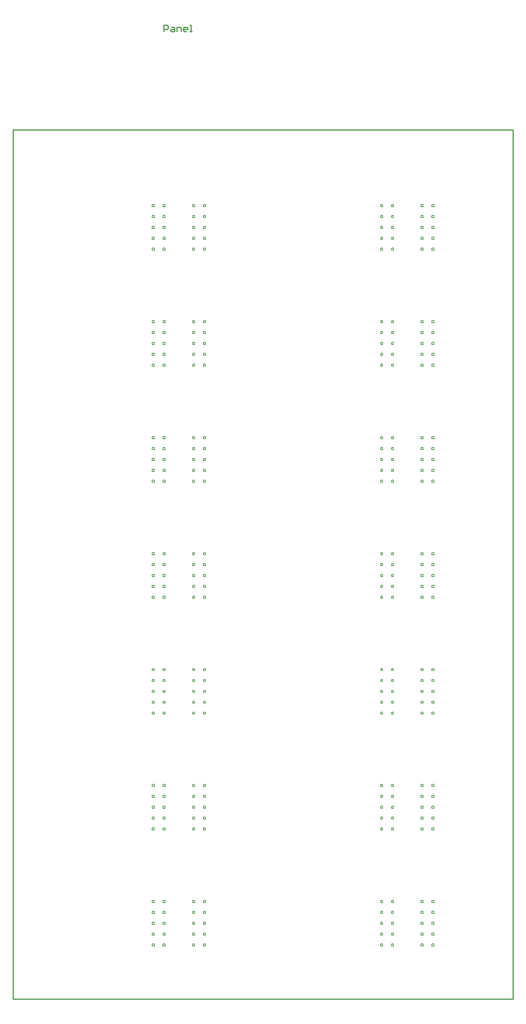
<source format=gm1>
G04 Layer_Color=16711935*
%FSLAX24Y24*%
%MOIN*%
G70*
G01*
G75*
%ADD12C,0.0100*%
%ADD41C,0.0060*%
G54D12*
X0Y0D02*
X46000D01*
X0D02*
Y79917D01*
X46000Y0D02*
Y79917D01*
X0D02*
X46000D01*
X13848Y88947D02*
Y89547D01*
X14148D01*
X14248Y89447D01*
Y89247D01*
X14148Y89147D01*
X13848D01*
X14548Y89347D02*
X14748D01*
X14848Y89247D01*
Y88947D01*
X14548D01*
X14448Y89047D01*
X14548Y89147D01*
X14848D01*
X15048Y88947D02*
Y89347D01*
X15348D01*
X15448Y89247D01*
Y88947D01*
X15948D02*
X15748D01*
X15648Y89047D01*
Y89247D01*
X15748Y89347D01*
X15948D01*
X16048Y89247D01*
Y89147D01*
X15648D01*
X16248Y88947D02*
X16448D01*
X16348D01*
Y89547D01*
X16248D01*
G54D41*
X37537Y8875D02*
Y9071D01*
X37733D02*
X37537D01*
X37733Y8875D02*
Y9071D01*
Y8875D02*
X37537D01*
X38537D02*
Y9071D01*
X38733D02*
X38537D01*
X38733Y8875D02*
Y9071D01*
Y8875D02*
X38537D01*
Y7875D02*
Y8071D01*
X38733D02*
X38537D01*
X38733Y7875D02*
Y8071D01*
Y7875D02*
X38537D01*
X37537D02*
Y8071D01*
X37733D02*
X37537D01*
X37733Y7875D02*
Y8071D01*
Y7875D02*
X37537D01*
Y6875D02*
Y7071D01*
X37733D02*
X37537D01*
X37733Y6875D02*
Y7071D01*
Y6875D02*
X37537D01*
X38537D02*
Y7071D01*
X38733D02*
X38537D01*
X38733Y6875D02*
Y7071D01*
Y6875D02*
X38537D01*
Y5875D02*
Y6071D01*
X38733D02*
X38537D01*
X38733Y5875D02*
Y6071D01*
Y5875D02*
X38537D01*
X37537D02*
Y6071D01*
X37733D02*
X37537D01*
X37733Y5875D02*
Y6071D01*
Y5875D02*
X37537D01*
Y4875D02*
Y5071D01*
X37733D02*
X37537D01*
X37733Y4875D02*
Y5071D01*
Y4875D02*
X37537D01*
X38537D02*
Y5071D01*
X38733D02*
X38537D01*
X38733Y4875D02*
Y5071D01*
Y4875D02*
X38537D01*
X33817Y8875D02*
Y9071D01*
X34013D02*
X33817D01*
X34013Y8875D02*
Y9071D01*
Y8875D02*
X33817D01*
X34817D02*
Y9071D01*
X35013D02*
X34817D01*
X35013Y8875D02*
Y9071D01*
Y8875D02*
X34817D01*
Y7875D02*
Y8071D01*
X35013D02*
X34817D01*
X35013Y7875D02*
Y8071D01*
Y7875D02*
X34817D01*
X33817D02*
Y8071D01*
X34013D02*
X33817D01*
X34013Y7875D02*
Y8071D01*
Y7875D02*
X33817D01*
Y6875D02*
Y7071D01*
X34013D02*
X33817D01*
X34013Y6875D02*
Y7071D01*
Y6875D02*
X33817D01*
X34817D02*
Y7071D01*
X35013D02*
X34817D01*
X35013Y6875D02*
Y7071D01*
Y6875D02*
X34817D01*
Y5875D02*
Y6071D01*
X35013D02*
X34817D01*
X35013Y5875D02*
Y6071D01*
Y5875D02*
X34817D01*
X33817D02*
Y6071D01*
X34013D02*
X33817D01*
X34013Y5875D02*
Y6071D01*
Y5875D02*
X33817D01*
Y4875D02*
Y5071D01*
X34013D02*
X33817D01*
X34013Y4875D02*
Y5071D01*
Y4875D02*
X33817D01*
X34817D02*
Y5071D01*
X35013D02*
X34817D01*
X35013Y4875D02*
Y5071D01*
Y4875D02*
X34817D01*
X37537Y19535D02*
Y19731D01*
X37733D02*
X37537D01*
X37733Y19535D02*
Y19731D01*
Y19535D02*
X37537D01*
X38537D02*
Y19731D01*
X38733D02*
X38537D01*
X38733Y19535D02*
Y19731D01*
Y19535D02*
X38537D01*
Y18535D02*
Y18731D01*
X38733D02*
X38537D01*
X38733Y18535D02*
Y18731D01*
Y18535D02*
X38537D01*
X37537D02*
Y18731D01*
X37733D02*
X37537D01*
X37733Y18535D02*
Y18731D01*
Y18535D02*
X37537D01*
Y17535D02*
Y17731D01*
X37733D02*
X37537D01*
X37733Y17535D02*
Y17731D01*
Y17535D02*
X37537D01*
X38537D02*
Y17731D01*
X38733D02*
X38537D01*
X38733Y17535D02*
Y17731D01*
Y17535D02*
X38537D01*
Y16535D02*
Y16731D01*
X38733D02*
X38537D01*
X38733Y16535D02*
Y16731D01*
Y16535D02*
X38537D01*
X37537D02*
Y16731D01*
X37733D02*
X37537D01*
X37733Y16535D02*
Y16731D01*
Y16535D02*
X37537D01*
Y15535D02*
Y15731D01*
X37733D02*
X37537D01*
X37733Y15535D02*
Y15731D01*
Y15535D02*
X37537D01*
X38537D02*
Y15731D01*
X38733D02*
X38537D01*
X38733Y15535D02*
Y15731D01*
Y15535D02*
X38537D01*
X33817Y19535D02*
Y19731D01*
X34013D02*
X33817D01*
X34013Y19535D02*
Y19731D01*
Y19535D02*
X33817D01*
X34817D02*
Y19731D01*
X35013D02*
X34817D01*
X35013Y19535D02*
Y19731D01*
Y19535D02*
X34817D01*
Y18535D02*
Y18731D01*
X35013D02*
X34817D01*
X35013Y18535D02*
Y18731D01*
Y18535D02*
X34817D01*
X33817D02*
Y18731D01*
X34013D02*
X33817D01*
X34013Y18535D02*
Y18731D01*
Y18535D02*
X33817D01*
Y17535D02*
Y17731D01*
X34013D02*
X33817D01*
X34013Y17535D02*
Y17731D01*
Y17535D02*
X33817D01*
X34817D02*
Y17731D01*
X35013D02*
X34817D01*
X35013Y17535D02*
Y17731D01*
Y17535D02*
X34817D01*
Y16535D02*
Y16731D01*
X35013D02*
X34817D01*
X35013Y16535D02*
Y16731D01*
Y16535D02*
X34817D01*
X33817D02*
Y16731D01*
X34013D02*
X33817D01*
X34013Y16535D02*
Y16731D01*
Y16535D02*
X33817D01*
Y15535D02*
Y15731D01*
X34013D02*
X33817D01*
X34013Y15535D02*
Y15731D01*
Y15535D02*
X33817D01*
X34817D02*
Y15731D01*
X35013D02*
X34817D01*
X35013Y15535D02*
Y15731D01*
Y15535D02*
X34817D01*
X37537Y30195D02*
Y30391D01*
X37733D02*
X37537D01*
X37733Y30195D02*
Y30391D01*
Y30195D02*
X37537D01*
X38537D02*
Y30391D01*
X38733D02*
X38537D01*
X38733Y30195D02*
Y30391D01*
Y30195D02*
X38537D01*
Y29195D02*
Y29391D01*
X38733D02*
X38537D01*
X38733Y29195D02*
Y29391D01*
Y29195D02*
X38537D01*
X37537D02*
Y29391D01*
X37733D02*
X37537D01*
X37733Y29195D02*
Y29391D01*
Y29195D02*
X37537D01*
Y28195D02*
Y28391D01*
X37733D02*
X37537D01*
X37733Y28195D02*
Y28391D01*
Y28195D02*
X37537D01*
X38537D02*
Y28391D01*
X38733D02*
X38537D01*
X38733Y28195D02*
Y28391D01*
Y28195D02*
X38537D01*
Y27195D02*
Y27391D01*
X38733D02*
X38537D01*
X38733Y27195D02*
Y27391D01*
Y27195D02*
X38537D01*
X37537D02*
Y27391D01*
X37733D02*
X37537D01*
X37733Y27195D02*
Y27391D01*
Y27195D02*
X37537D01*
Y26195D02*
Y26391D01*
X37733D02*
X37537D01*
X37733Y26195D02*
Y26391D01*
Y26195D02*
X37537D01*
X38537D02*
Y26391D01*
X38733D02*
X38537D01*
X38733Y26195D02*
Y26391D01*
Y26195D02*
X38537D01*
X33817Y30195D02*
Y30391D01*
X34013D02*
X33817D01*
X34013Y30195D02*
Y30391D01*
Y30195D02*
X33817D01*
X34817D02*
Y30391D01*
X35013D02*
X34817D01*
X35013Y30195D02*
Y30391D01*
Y30195D02*
X34817D01*
Y29195D02*
Y29391D01*
X35013D02*
X34817D01*
X35013Y29195D02*
Y29391D01*
Y29195D02*
X34817D01*
X33817D02*
Y29391D01*
X34013D02*
X33817D01*
X34013Y29195D02*
Y29391D01*
Y29195D02*
X33817D01*
Y28195D02*
Y28391D01*
X34013D02*
X33817D01*
X34013Y28195D02*
Y28391D01*
Y28195D02*
X33817D01*
X34817D02*
Y28391D01*
X35013D02*
X34817D01*
X35013Y28195D02*
Y28391D01*
Y28195D02*
X34817D01*
Y27195D02*
Y27391D01*
X35013D02*
X34817D01*
X35013Y27195D02*
Y27391D01*
Y27195D02*
X34817D01*
X33817D02*
Y27391D01*
X34013D02*
X33817D01*
X34013Y27195D02*
Y27391D01*
Y27195D02*
X33817D01*
Y26195D02*
Y26391D01*
X34013D02*
X33817D01*
X34013Y26195D02*
Y26391D01*
Y26195D02*
X33817D01*
X34817D02*
Y26391D01*
X35013D02*
X34817D01*
X35013Y26195D02*
Y26391D01*
Y26195D02*
X34817D01*
X37537Y40855D02*
Y41051D01*
X37733D02*
X37537D01*
X37733Y40855D02*
Y41051D01*
Y40855D02*
X37537D01*
X38537D02*
Y41051D01*
X38733D02*
X38537D01*
X38733Y40855D02*
Y41051D01*
Y40855D02*
X38537D01*
Y39855D02*
Y40051D01*
X38733D02*
X38537D01*
X38733Y39855D02*
Y40051D01*
Y39855D02*
X38537D01*
X37537D02*
Y40051D01*
X37733D02*
X37537D01*
X37733Y39855D02*
Y40051D01*
Y39855D02*
X37537D01*
Y38855D02*
Y39051D01*
X37733D02*
X37537D01*
X37733Y38855D02*
Y39051D01*
Y38855D02*
X37537D01*
X38537D02*
Y39051D01*
X38733D02*
X38537D01*
X38733Y38855D02*
Y39051D01*
Y38855D02*
X38537D01*
Y37855D02*
Y38051D01*
X38733D02*
X38537D01*
X38733Y37855D02*
Y38051D01*
Y37855D02*
X38537D01*
X37537D02*
Y38051D01*
X37733D02*
X37537D01*
X37733Y37855D02*
Y38051D01*
Y37855D02*
X37537D01*
Y36855D02*
Y37051D01*
X37733D02*
X37537D01*
X37733Y36855D02*
Y37051D01*
Y36855D02*
X37537D01*
X38537D02*
Y37051D01*
X38733D02*
X38537D01*
X38733Y36855D02*
Y37051D01*
Y36855D02*
X38537D01*
X33817Y40855D02*
Y41051D01*
X34013D02*
X33817D01*
X34013Y40855D02*
Y41051D01*
Y40855D02*
X33817D01*
X34817D02*
Y41051D01*
X35013D02*
X34817D01*
X35013Y40855D02*
Y41051D01*
Y40855D02*
X34817D01*
Y39855D02*
Y40051D01*
X35013D02*
X34817D01*
X35013Y39855D02*
Y40051D01*
Y39855D02*
X34817D01*
X33817D02*
Y40051D01*
X34013D02*
X33817D01*
X34013Y39855D02*
Y40051D01*
Y39855D02*
X33817D01*
Y38855D02*
Y39051D01*
X34013D02*
X33817D01*
X34013Y38855D02*
Y39051D01*
Y38855D02*
X33817D01*
X34817D02*
Y39051D01*
X35013D02*
X34817D01*
X35013Y38855D02*
Y39051D01*
Y38855D02*
X34817D01*
Y37855D02*
Y38051D01*
X35013D02*
X34817D01*
X35013Y37855D02*
Y38051D01*
Y37855D02*
X34817D01*
X33817D02*
Y38051D01*
X34013D02*
X33817D01*
X34013Y37855D02*
Y38051D01*
Y37855D02*
X33817D01*
Y36855D02*
Y37051D01*
X34013D02*
X33817D01*
X34013Y36855D02*
Y37051D01*
Y36855D02*
X33817D01*
X34817D02*
Y37051D01*
X35013D02*
X34817D01*
X35013Y36855D02*
Y37051D01*
Y36855D02*
X34817D01*
X37537Y51515D02*
Y51711D01*
X37733D02*
X37537D01*
X37733Y51515D02*
Y51711D01*
Y51515D02*
X37537D01*
X38537D02*
Y51711D01*
X38733D02*
X38537D01*
X38733Y51515D02*
Y51711D01*
Y51515D02*
X38537D01*
Y50515D02*
Y50711D01*
X38733D02*
X38537D01*
X38733Y50515D02*
Y50711D01*
Y50515D02*
X38537D01*
X37537D02*
Y50711D01*
X37733D02*
X37537D01*
X37733Y50515D02*
Y50711D01*
Y50515D02*
X37537D01*
Y49515D02*
Y49711D01*
X37733D02*
X37537D01*
X37733Y49515D02*
Y49711D01*
Y49515D02*
X37537D01*
X38537D02*
Y49711D01*
X38733D02*
X38537D01*
X38733Y49515D02*
Y49711D01*
Y49515D02*
X38537D01*
Y48515D02*
Y48711D01*
X38733D02*
X38537D01*
X38733Y48515D02*
Y48711D01*
Y48515D02*
X38537D01*
X37537D02*
Y48711D01*
X37733D02*
X37537D01*
X37733Y48515D02*
Y48711D01*
Y48515D02*
X37537D01*
Y47515D02*
Y47711D01*
X37733D02*
X37537D01*
X37733Y47515D02*
Y47711D01*
Y47515D02*
X37537D01*
X38537D02*
Y47711D01*
X38733D02*
X38537D01*
X38733Y47515D02*
Y47711D01*
Y47515D02*
X38537D01*
X33817Y51515D02*
Y51711D01*
X34013D02*
X33817D01*
X34013Y51515D02*
Y51711D01*
Y51515D02*
X33817D01*
X34817D02*
Y51711D01*
X35013D02*
X34817D01*
X35013Y51515D02*
Y51711D01*
Y51515D02*
X34817D01*
Y50515D02*
Y50711D01*
X35013D02*
X34817D01*
X35013Y50515D02*
Y50711D01*
Y50515D02*
X34817D01*
X33817D02*
Y50711D01*
X34013D02*
X33817D01*
X34013Y50515D02*
Y50711D01*
Y50515D02*
X33817D01*
Y49515D02*
Y49711D01*
X34013D02*
X33817D01*
X34013Y49515D02*
Y49711D01*
Y49515D02*
X33817D01*
X34817D02*
Y49711D01*
X35013D02*
X34817D01*
X35013Y49515D02*
Y49711D01*
Y49515D02*
X34817D01*
Y48515D02*
Y48711D01*
X35013D02*
X34817D01*
X35013Y48515D02*
Y48711D01*
Y48515D02*
X34817D01*
X33817D02*
Y48711D01*
X34013D02*
X33817D01*
X34013Y48515D02*
Y48711D01*
Y48515D02*
X33817D01*
Y47515D02*
Y47711D01*
X34013D02*
X33817D01*
X34013Y47515D02*
Y47711D01*
Y47515D02*
X33817D01*
X34817D02*
Y47711D01*
X35013D02*
X34817D01*
X35013Y47515D02*
Y47711D01*
Y47515D02*
X34817D01*
X37537Y62175D02*
Y62371D01*
X37733D02*
X37537D01*
X37733Y62175D02*
Y62371D01*
Y62175D02*
X37537D01*
X38537D02*
Y62371D01*
X38733D02*
X38537D01*
X38733Y62175D02*
Y62371D01*
Y62175D02*
X38537D01*
Y61175D02*
Y61371D01*
X38733D02*
X38537D01*
X38733Y61175D02*
Y61371D01*
Y61175D02*
X38537D01*
X37537D02*
Y61371D01*
X37733D02*
X37537D01*
X37733Y61175D02*
Y61371D01*
Y61175D02*
X37537D01*
Y60175D02*
Y60371D01*
X37733D02*
X37537D01*
X37733Y60175D02*
Y60371D01*
Y60175D02*
X37537D01*
X38537D02*
Y60371D01*
X38733D02*
X38537D01*
X38733Y60175D02*
Y60371D01*
Y60175D02*
X38537D01*
Y59175D02*
Y59371D01*
X38733D02*
X38537D01*
X38733Y59175D02*
Y59371D01*
Y59175D02*
X38537D01*
X37537D02*
Y59371D01*
X37733D02*
X37537D01*
X37733Y59175D02*
Y59371D01*
Y59175D02*
X37537D01*
Y58175D02*
Y58371D01*
X37733D02*
X37537D01*
X37733Y58175D02*
Y58371D01*
Y58175D02*
X37537D01*
X38537D02*
Y58371D01*
X38733D02*
X38537D01*
X38733Y58175D02*
Y58371D01*
Y58175D02*
X38537D01*
X33817Y62175D02*
Y62371D01*
X34013D02*
X33817D01*
X34013Y62175D02*
Y62371D01*
Y62175D02*
X33817D01*
X34817D02*
Y62371D01*
X35013D02*
X34817D01*
X35013Y62175D02*
Y62371D01*
Y62175D02*
X34817D01*
Y61175D02*
Y61371D01*
X35013D02*
X34817D01*
X35013Y61175D02*
Y61371D01*
Y61175D02*
X34817D01*
X33817D02*
Y61371D01*
X34013D02*
X33817D01*
X34013Y61175D02*
Y61371D01*
Y61175D02*
X33817D01*
Y60175D02*
Y60371D01*
X34013D02*
X33817D01*
X34013Y60175D02*
Y60371D01*
Y60175D02*
X33817D01*
X34817D02*
Y60371D01*
X35013D02*
X34817D01*
X35013Y60175D02*
Y60371D01*
Y60175D02*
X34817D01*
Y59175D02*
Y59371D01*
X35013D02*
X34817D01*
X35013Y59175D02*
Y59371D01*
Y59175D02*
X34817D01*
X33817D02*
Y59371D01*
X34013D02*
X33817D01*
X34013Y59175D02*
Y59371D01*
Y59175D02*
X33817D01*
Y58175D02*
Y58371D01*
X34013D02*
X33817D01*
X34013Y58175D02*
Y58371D01*
Y58175D02*
X33817D01*
X34817D02*
Y58371D01*
X35013D02*
X34817D01*
X35013Y58175D02*
Y58371D01*
Y58175D02*
X34817D01*
X37537Y72835D02*
Y73031D01*
X37733D02*
X37537D01*
X37733Y72835D02*
Y73031D01*
Y72835D02*
X37537D01*
X38537D02*
Y73031D01*
X38733D02*
X38537D01*
X38733Y72835D02*
Y73031D01*
Y72835D02*
X38537D01*
Y71835D02*
Y72031D01*
X38733D02*
X38537D01*
X38733Y71835D02*
Y72031D01*
Y71835D02*
X38537D01*
X37537D02*
Y72031D01*
X37733D02*
X37537D01*
X37733Y71835D02*
Y72031D01*
Y71835D02*
X37537D01*
Y70835D02*
Y71031D01*
X37733D02*
X37537D01*
X37733Y70835D02*
Y71031D01*
Y70835D02*
X37537D01*
X38537D02*
Y71031D01*
X38733D02*
X38537D01*
X38733Y70835D02*
Y71031D01*
Y70835D02*
X38537D01*
Y69835D02*
Y70031D01*
X38733D02*
X38537D01*
X38733Y69835D02*
Y70031D01*
Y69835D02*
X38537D01*
X37537D02*
Y70031D01*
X37733D02*
X37537D01*
X37733Y69835D02*
Y70031D01*
Y69835D02*
X37537D01*
Y68835D02*
Y69031D01*
X37733D02*
X37537D01*
X37733Y68835D02*
Y69031D01*
Y68835D02*
X37537D01*
X38537D02*
Y69031D01*
X38733D02*
X38537D01*
X38733Y68835D02*
Y69031D01*
Y68835D02*
X38537D01*
X33817Y72835D02*
Y73031D01*
X34013D02*
X33817D01*
X34013Y72835D02*
Y73031D01*
Y72835D02*
X33817D01*
X34817D02*
Y73031D01*
X35013D02*
X34817D01*
X35013Y72835D02*
Y73031D01*
Y72835D02*
X34817D01*
Y71835D02*
Y72031D01*
X35013D02*
X34817D01*
X35013Y71835D02*
Y72031D01*
Y71835D02*
X34817D01*
X33817D02*
Y72031D01*
X34013D02*
X33817D01*
X34013Y71835D02*
Y72031D01*
Y71835D02*
X33817D01*
Y70835D02*
Y71031D01*
X34013D02*
X33817D01*
X34013Y70835D02*
Y71031D01*
Y70835D02*
X33817D01*
X34817D02*
Y71031D01*
X35013D02*
X34817D01*
X35013Y70835D02*
Y71031D01*
Y70835D02*
X34817D01*
Y69835D02*
Y70031D01*
X35013D02*
X34817D01*
X35013Y69835D02*
Y70031D01*
Y69835D02*
X34817D01*
X33817D02*
Y70031D01*
X34013D02*
X33817D01*
X34013Y69835D02*
Y70031D01*
Y69835D02*
X33817D01*
Y68835D02*
Y69031D01*
X34013D02*
X33817D01*
X34013Y68835D02*
Y69031D01*
Y68835D02*
X33817D01*
X34817D02*
Y69031D01*
X35013D02*
X34817D01*
X35013Y68835D02*
Y69031D01*
Y68835D02*
X34817D01*
X16517Y8875D02*
Y9071D01*
X16713D02*
X16517D01*
X16713Y8875D02*
Y9071D01*
Y8875D02*
X16517D01*
X17517D02*
Y9071D01*
X17713D02*
X17517D01*
X17713Y8875D02*
Y9071D01*
Y8875D02*
X17517D01*
Y7875D02*
Y8071D01*
X17713D02*
X17517D01*
X17713Y7875D02*
Y8071D01*
Y7875D02*
X17517D01*
X16517D02*
Y8071D01*
X16713D02*
X16517D01*
X16713Y7875D02*
Y8071D01*
Y7875D02*
X16517D01*
Y6875D02*
Y7071D01*
X16713D02*
X16517D01*
X16713Y6875D02*
Y7071D01*
Y6875D02*
X16517D01*
X17517D02*
Y7071D01*
X17713D02*
X17517D01*
X17713Y6875D02*
Y7071D01*
Y6875D02*
X17517D01*
Y5875D02*
Y6071D01*
X17713D02*
X17517D01*
X17713Y5875D02*
Y6071D01*
Y5875D02*
X17517D01*
X16517D02*
Y6071D01*
X16713D02*
X16517D01*
X16713Y5875D02*
Y6071D01*
Y5875D02*
X16517D01*
Y4875D02*
Y5071D01*
X16713D02*
X16517D01*
X16713Y4875D02*
Y5071D01*
Y4875D02*
X16517D01*
X17517D02*
Y5071D01*
X17713D02*
X17517D01*
X17713Y4875D02*
Y5071D01*
Y4875D02*
X17517D01*
X12797Y8875D02*
Y9071D01*
X12993D02*
X12797D01*
X12993Y8875D02*
Y9071D01*
Y8875D02*
X12797D01*
X13797D02*
Y9071D01*
X13993D02*
X13797D01*
X13993Y8875D02*
Y9071D01*
Y8875D02*
X13797D01*
Y7875D02*
Y8071D01*
X13993D02*
X13797D01*
X13993Y7875D02*
Y8071D01*
Y7875D02*
X13797D01*
X12797D02*
Y8071D01*
X12993D02*
X12797D01*
X12993Y7875D02*
Y8071D01*
Y7875D02*
X12797D01*
Y6875D02*
Y7071D01*
X12993D02*
X12797D01*
X12993Y6875D02*
Y7071D01*
Y6875D02*
X12797D01*
X13797D02*
Y7071D01*
X13993D02*
X13797D01*
X13993Y6875D02*
Y7071D01*
Y6875D02*
X13797D01*
Y5875D02*
Y6071D01*
X13993D02*
X13797D01*
X13993Y5875D02*
Y6071D01*
Y5875D02*
X13797D01*
X12797D02*
Y6071D01*
X12993D02*
X12797D01*
X12993Y5875D02*
Y6071D01*
Y5875D02*
X12797D01*
Y4875D02*
Y5071D01*
X12993D02*
X12797D01*
X12993Y4875D02*
Y5071D01*
Y4875D02*
X12797D01*
X13797D02*
Y5071D01*
X13993D02*
X13797D01*
X13993Y4875D02*
Y5071D01*
Y4875D02*
X13797D01*
X16517Y19535D02*
Y19731D01*
X16713D02*
X16517D01*
X16713Y19535D02*
Y19731D01*
Y19535D02*
X16517D01*
X17517D02*
Y19731D01*
X17713D02*
X17517D01*
X17713Y19535D02*
Y19731D01*
Y19535D02*
X17517D01*
Y18535D02*
Y18731D01*
X17713D02*
X17517D01*
X17713Y18535D02*
Y18731D01*
Y18535D02*
X17517D01*
X16517D02*
Y18731D01*
X16713D02*
X16517D01*
X16713Y18535D02*
Y18731D01*
Y18535D02*
X16517D01*
Y17535D02*
Y17731D01*
X16713D02*
X16517D01*
X16713Y17535D02*
Y17731D01*
Y17535D02*
X16517D01*
X17517D02*
Y17731D01*
X17713D02*
X17517D01*
X17713Y17535D02*
Y17731D01*
Y17535D02*
X17517D01*
Y16535D02*
Y16731D01*
X17713D02*
X17517D01*
X17713Y16535D02*
Y16731D01*
Y16535D02*
X17517D01*
X16517D02*
Y16731D01*
X16713D02*
X16517D01*
X16713Y16535D02*
Y16731D01*
Y16535D02*
X16517D01*
Y15535D02*
Y15731D01*
X16713D02*
X16517D01*
X16713Y15535D02*
Y15731D01*
Y15535D02*
X16517D01*
X17517D02*
Y15731D01*
X17713D02*
X17517D01*
X17713Y15535D02*
Y15731D01*
Y15535D02*
X17517D01*
X12797Y19535D02*
Y19731D01*
X12993D02*
X12797D01*
X12993Y19535D02*
Y19731D01*
Y19535D02*
X12797D01*
X13797D02*
Y19731D01*
X13993D02*
X13797D01*
X13993Y19535D02*
Y19731D01*
Y19535D02*
X13797D01*
Y18535D02*
Y18731D01*
X13993D02*
X13797D01*
X13993Y18535D02*
Y18731D01*
Y18535D02*
X13797D01*
X12797D02*
Y18731D01*
X12993D02*
X12797D01*
X12993Y18535D02*
Y18731D01*
Y18535D02*
X12797D01*
Y17535D02*
Y17731D01*
X12993D02*
X12797D01*
X12993Y17535D02*
Y17731D01*
Y17535D02*
X12797D01*
X13797D02*
Y17731D01*
X13993D02*
X13797D01*
X13993Y17535D02*
Y17731D01*
Y17535D02*
X13797D01*
Y16535D02*
Y16731D01*
X13993D02*
X13797D01*
X13993Y16535D02*
Y16731D01*
Y16535D02*
X13797D01*
X12797D02*
Y16731D01*
X12993D02*
X12797D01*
X12993Y16535D02*
Y16731D01*
Y16535D02*
X12797D01*
Y15535D02*
Y15731D01*
X12993D02*
X12797D01*
X12993Y15535D02*
Y15731D01*
Y15535D02*
X12797D01*
X13797D02*
Y15731D01*
X13993D02*
X13797D01*
X13993Y15535D02*
Y15731D01*
Y15535D02*
X13797D01*
X16517Y30195D02*
Y30391D01*
X16713D02*
X16517D01*
X16713Y30195D02*
Y30391D01*
Y30195D02*
X16517D01*
X17517D02*
Y30391D01*
X17713D02*
X17517D01*
X17713Y30195D02*
Y30391D01*
Y30195D02*
X17517D01*
Y29195D02*
Y29391D01*
X17713D02*
X17517D01*
X17713Y29195D02*
Y29391D01*
Y29195D02*
X17517D01*
X16517D02*
Y29391D01*
X16713D02*
X16517D01*
X16713Y29195D02*
Y29391D01*
Y29195D02*
X16517D01*
Y28195D02*
Y28391D01*
X16713D02*
X16517D01*
X16713Y28195D02*
Y28391D01*
Y28195D02*
X16517D01*
X17517D02*
Y28391D01*
X17713D02*
X17517D01*
X17713Y28195D02*
Y28391D01*
Y28195D02*
X17517D01*
Y27195D02*
Y27391D01*
X17713D02*
X17517D01*
X17713Y27195D02*
Y27391D01*
Y27195D02*
X17517D01*
X16517D02*
Y27391D01*
X16713D02*
X16517D01*
X16713Y27195D02*
Y27391D01*
Y27195D02*
X16517D01*
Y26195D02*
Y26391D01*
X16713D02*
X16517D01*
X16713Y26195D02*
Y26391D01*
Y26195D02*
X16517D01*
X17517D02*
Y26391D01*
X17713D02*
X17517D01*
X17713Y26195D02*
Y26391D01*
Y26195D02*
X17517D01*
X12797Y30195D02*
Y30391D01*
X12993D02*
X12797D01*
X12993Y30195D02*
Y30391D01*
Y30195D02*
X12797D01*
X13797D02*
Y30391D01*
X13993D02*
X13797D01*
X13993Y30195D02*
Y30391D01*
Y30195D02*
X13797D01*
Y29195D02*
Y29391D01*
X13993D02*
X13797D01*
X13993Y29195D02*
Y29391D01*
Y29195D02*
X13797D01*
X12797D02*
Y29391D01*
X12993D02*
X12797D01*
X12993Y29195D02*
Y29391D01*
Y29195D02*
X12797D01*
Y28195D02*
Y28391D01*
X12993D02*
X12797D01*
X12993Y28195D02*
Y28391D01*
Y28195D02*
X12797D01*
X13797D02*
Y28391D01*
X13993D02*
X13797D01*
X13993Y28195D02*
Y28391D01*
Y28195D02*
X13797D01*
Y27195D02*
Y27391D01*
X13993D02*
X13797D01*
X13993Y27195D02*
Y27391D01*
Y27195D02*
X13797D01*
X12797D02*
Y27391D01*
X12993D02*
X12797D01*
X12993Y27195D02*
Y27391D01*
Y27195D02*
X12797D01*
Y26195D02*
Y26391D01*
X12993D02*
X12797D01*
X12993Y26195D02*
Y26391D01*
Y26195D02*
X12797D01*
X13797D02*
Y26391D01*
X13993D02*
X13797D01*
X13993Y26195D02*
Y26391D01*
Y26195D02*
X13797D01*
X16517Y40855D02*
Y41051D01*
X16713D02*
X16517D01*
X16713Y40855D02*
Y41051D01*
Y40855D02*
X16517D01*
X17517D02*
Y41051D01*
X17713D02*
X17517D01*
X17713Y40855D02*
Y41051D01*
Y40855D02*
X17517D01*
Y39855D02*
Y40051D01*
X17713D02*
X17517D01*
X17713Y39855D02*
Y40051D01*
Y39855D02*
X17517D01*
X16517D02*
Y40051D01*
X16713D02*
X16517D01*
X16713Y39855D02*
Y40051D01*
Y39855D02*
X16517D01*
Y38855D02*
Y39051D01*
X16713D02*
X16517D01*
X16713Y38855D02*
Y39051D01*
Y38855D02*
X16517D01*
X17517D02*
Y39051D01*
X17713D02*
X17517D01*
X17713Y38855D02*
Y39051D01*
Y38855D02*
X17517D01*
Y37855D02*
Y38051D01*
X17713D02*
X17517D01*
X17713Y37855D02*
Y38051D01*
Y37855D02*
X17517D01*
X16517D02*
Y38051D01*
X16713D02*
X16517D01*
X16713Y37855D02*
Y38051D01*
Y37855D02*
X16517D01*
Y36855D02*
Y37051D01*
X16713D02*
X16517D01*
X16713Y36855D02*
Y37051D01*
Y36855D02*
X16517D01*
X17517D02*
Y37051D01*
X17713D02*
X17517D01*
X17713Y36855D02*
Y37051D01*
Y36855D02*
X17517D01*
X12797Y40855D02*
Y41051D01*
X12993D02*
X12797D01*
X12993Y40855D02*
Y41051D01*
Y40855D02*
X12797D01*
X13797D02*
Y41051D01*
X13993D02*
X13797D01*
X13993Y40855D02*
Y41051D01*
Y40855D02*
X13797D01*
Y39855D02*
Y40051D01*
X13993D02*
X13797D01*
X13993Y39855D02*
Y40051D01*
Y39855D02*
X13797D01*
X12797D02*
Y40051D01*
X12993D02*
X12797D01*
X12993Y39855D02*
Y40051D01*
Y39855D02*
X12797D01*
Y38855D02*
Y39051D01*
X12993D02*
X12797D01*
X12993Y38855D02*
Y39051D01*
Y38855D02*
X12797D01*
X13797D02*
Y39051D01*
X13993D02*
X13797D01*
X13993Y38855D02*
Y39051D01*
Y38855D02*
X13797D01*
Y37855D02*
Y38051D01*
X13993D02*
X13797D01*
X13993Y37855D02*
Y38051D01*
Y37855D02*
X13797D01*
X12797D02*
Y38051D01*
X12993D02*
X12797D01*
X12993Y37855D02*
Y38051D01*
Y37855D02*
X12797D01*
Y36855D02*
Y37051D01*
X12993D02*
X12797D01*
X12993Y36855D02*
Y37051D01*
Y36855D02*
X12797D01*
X13797D02*
Y37051D01*
X13993D02*
X13797D01*
X13993Y36855D02*
Y37051D01*
Y36855D02*
X13797D01*
X16517Y51515D02*
Y51711D01*
X16713D02*
X16517D01*
X16713Y51515D02*
Y51711D01*
Y51515D02*
X16517D01*
X17517D02*
Y51711D01*
X17713D02*
X17517D01*
X17713Y51515D02*
Y51711D01*
Y51515D02*
X17517D01*
Y50515D02*
Y50711D01*
X17713D02*
X17517D01*
X17713Y50515D02*
Y50711D01*
Y50515D02*
X17517D01*
X16517D02*
Y50711D01*
X16713D02*
X16517D01*
X16713Y50515D02*
Y50711D01*
Y50515D02*
X16517D01*
Y49515D02*
Y49711D01*
X16713D02*
X16517D01*
X16713Y49515D02*
Y49711D01*
Y49515D02*
X16517D01*
X17517D02*
Y49711D01*
X17713D02*
X17517D01*
X17713Y49515D02*
Y49711D01*
Y49515D02*
X17517D01*
Y48515D02*
Y48711D01*
X17713D02*
X17517D01*
X17713Y48515D02*
Y48711D01*
Y48515D02*
X17517D01*
X16517D02*
Y48711D01*
X16713D02*
X16517D01*
X16713Y48515D02*
Y48711D01*
Y48515D02*
X16517D01*
Y47515D02*
Y47711D01*
X16713D02*
X16517D01*
X16713Y47515D02*
Y47711D01*
Y47515D02*
X16517D01*
X17517D02*
Y47711D01*
X17713D02*
X17517D01*
X17713Y47515D02*
Y47711D01*
Y47515D02*
X17517D01*
X12797Y51515D02*
Y51711D01*
X12993D02*
X12797D01*
X12993Y51515D02*
Y51711D01*
Y51515D02*
X12797D01*
X13797D02*
Y51711D01*
X13993D02*
X13797D01*
X13993Y51515D02*
Y51711D01*
Y51515D02*
X13797D01*
Y50515D02*
Y50711D01*
X13993D02*
X13797D01*
X13993Y50515D02*
Y50711D01*
Y50515D02*
X13797D01*
X12797D02*
Y50711D01*
X12993D02*
X12797D01*
X12993Y50515D02*
Y50711D01*
Y50515D02*
X12797D01*
Y49515D02*
Y49711D01*
X12993D02*
X12797D01*
X12993Y49515D02*
Y49711D01*
Y49515D02*
X12797D01*
X13797D02*
Y49711D01*
X13993D02*
X13797D01*
X13993Y49515D02*
Y49711D01*
Y49515D02*
X13797D01*
Y48515D02*
Y48711D01*
X13993D02*
X13797D01*
X13993Y48515D02*
Y48711D01*
Y48515D02*
X13797D01*
X12797D02*
Y48711D01*
X12993D02*
X12797D01*
X12993Y48515D02*
Y48711D01*
Y48515D02*
X12797D01*
Y47515D02*
Y47711D01*
X12993D02*
X12797D01*
X12993Y47515D02*
Y47711D01*
Y47515D02*
X12797D01*
X13797D02*
Y47711D01*
X13993D02*
X13797D01*
X13993Y47515D02*
Y47711D01*
Y47515D02*
X13797D01*
X16517Y62175D02*
Y62371D01*
X16713D02*
X16517D01*
X16713Y62175D02*
Y62371D01*
Y62175D02*
X16517D01*
X17517D02*
Y62371D01*
X17713D02*
X17517D01*
X17713Y62175D02*
Y62371D01*
Y62175D02*
X17517D01*
Y61175D02*
Y61371D01*
X17713D02*
X17517D01*
X17713Y61175D02*
Y61371D01*
Y61175D02*
X17517D01*
X16517D02*
Y61371D01*
X16713D02*
X16517D01*
X16713Y61175D02*
Y61371D01*
Y61175D02*
X16517D01*
Y60175D02*
Y60371D01*
X16713D02*
X16517D01*
X16713Y60175D02*
Y60371D01*
Y60175D02*
X16517D01*
X17517D02*
Y60371D01*
X17713D02*
X17517D01*
X17713Y60175D02*
Y60371D01*
Y60175D02*
X17517D01*
Y59175D02*
Y59371D01*
X17713D02*
X17517D01*
X17713Y59175D02*
Y59371D01*
Y59175D02*
X17517D01*
X16517D02*
Y59371D01*
X16713D02*
X16517D01*
X16713Y59175D02*
Y59371D01*
Y59175D02*
X16517D01*
Y58175D02*
Y58371D01*
X16713D02*
X16517D01*
X16713Y58175D02*
Y58371D01*
Y58175D02*
X16517D01*
X17517D02*
Y58371D01*
X17713D02*
X17517D01*
X17713Y58175D02*
Y58371D01*
Y58175D02*
X17517D01*
X12797Y62175D02*
Y62371D01*
X12993D02*
X12797D01*
X12993Y62175D02*
Y62371D01*
Y62175D02*
X12797D01*
X13797D02*
Y62371D01*
X13993D02*
X13797D01*
X13993Y62175D02*
Y62371D01*
Y62175D02*
X13797D01*
Y61175D02*
Y61371D01*
X13993D02*
X13797D01*
X13993Y61175D02*
Y61371D01*
Y61175D02*
X13797D01*
X12797D02*
Y61371D01*
X12993D02*
X12797D01*
X12993Y61175D02*
Y61371D01*
Y61175D02*
X12797D01*
Y60175D02*
Y60371D01*
X12993D02*
X12797D01*
X12993Y60175D02*
Y60371D01*
Y60175D02*
X12797D01*
X13797D02*
Y60371D01*
X13993D02*
X13797D01*
X13993Y60175D02*
Y60371D01*
Y60175D02*
X13797D01*
Y59175D02*
Y59371D01*
X13993D02*
X13797D01*
X13993Y59175D02*
Y59371D01*
Y59175D02*
X13797D01*
X12797D02*
Y59371D01*
X12993D02*
X12797D01*
X12993Y59175D02*
Y59371D01*
Y59175D02*
X12797D01*
Y58175D02*
Y58371D01*
X12993D02*
X12797D01*
X12993Y58175D02*
Y58371D01*
Y58175D02*
X12797D01*
X13797D02*
Y58371D01*
X13993D02*
X13797D01*
X13993Y58175D02*
Y58371D01*
Y58175D02*
X13797D01*
X16517Y72835D02*
Y73031D01*
X16713D02*
X16517D01*
X16713Y72835D02*
Y73031D01*
Y72835D02*
X16517D01*
X17517D02*
Y73031D01*
X17713D02*
X17517D01*
X17713Y72835D02*
Y73031D01*
Y72835D02*
X17517D01*
Y71835D02*
Y72031D01*
X17713D02*
X17517D01*
X17713Y71835D02*
Y72031D01*
Y71835D02*
X17517D01*
X16517D02*
Y72031D01*
X16713D02*
X16517D01*
X16713Y71835D02*
Y72031D01*
Y71835D02*
X16517D01*
Y70835D02*
Y71031D01*
X16713D02*
X16517D01*
X16713Y70835D02*
Y71031D01*
Y70835D02*
X16517D01*
X17517D02*
Y71031D01*
X17713D02*
X17517D01*
X17713Y70835D02*
Y71031D01*
Y70835D02*
X17517D01*
Y69835D02*
Y70031D01*
X17713D02*
X17517D01*
X17713Y69835D02*
Y70031D01*
Y69835D02*
X17517D01*
X16517D02*
Y70031D01*
X16713D02*
X16517D01*
X16713Y69835D02*
Y70031D01*
Y69835D02*
X16517D01*
Y68835D02*
Y69031D01*
X16713D02*
X16517D01*
X16713Y68835D02*
Y69031D01*
Y68835D02*
X16517D01*
X17517D02*
Y69031D01*
X17713D02*
X17517D01*
X17713Y68835D02*
Y69031D01*
Y68835D02*
X17517D01*
X12797Y72835D02*
Y73031D01*
X12993D02*
X12797D01*
X12993Y72835D02*
Y73031D01*
Y72835D02*
X12797D01*
X13797D02*
Y73031D01*
X13993D02*
X13797D01*
X13993Y72835D02*
Y73031D01*
Y72835D02*
X13797D01*
Y71835D02*
Y72031D01*
X13993D02*
X13797D01*
X13993Y71835D02*
Y72031D01*
Y71835D02*
X13797D01*
X12797D02*
Y72031D01*
X12993D02*
X12797D01*
X12993Y71835D02*
Y72031D01*
Y71835D02*
X12797D01*
Y70835D02*
Y71031D01*
X12993D02*
X12797D01*
X12993Y70835D02*
Y71031D01*
Y70835D02*
X12797D01*
X13797D02*
Y71031D01*
X13993D02*
X13797D01*
X13993Y70835D02*
Y71031D01*
Y70835D02*
X13797D01*
Y69835D02*
Y70031D01*
X13993D02*
X13797D01*
X13993Y69835D02*
Y70031D01*
Y69835D02*
X13797D01*
X12797D02*
Y70031D01*
X12993D02*
X12797D01*
X12993Y69835D02*
Y70031D01*
Y69835D02*
X12797D01*
Y68835D02*
Y69031D01*
X12993D02*
X12797D01*
X12993Y68835D02*
Y69031D01*
Y68835D02*
X12797D01*
X13797D02*
Y69031D01*
X13993D02*
X13797D01*
X13993Y68835D02*
Y69031D01*
Y68835D02*
X13797D01*
M02*

</source>
